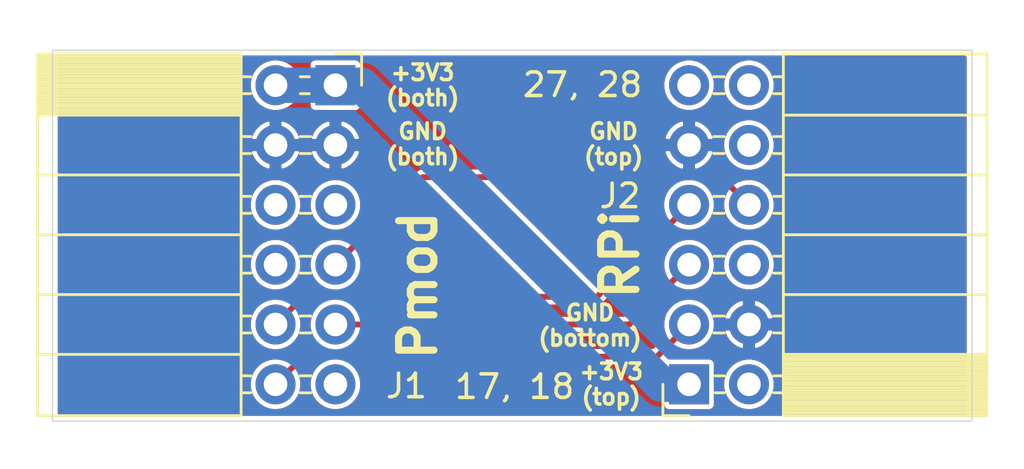
<source format=kicad_pcb>
(kicad_pcb (version 20171130) (host pcbnew 5.1.9+dfsg1-1~bpo10+1)

  (general
    (thickness 1.6)
    (drawings 13)
    (tracks 15)
    (zones 0)
    (modules 2)
    (nets 16)
  )

  (page A4)
  (layers
    (0 F.Cu signal)
    (31 B.Cu signal)
    (32 B.Adhes user)
    (33 F.Adhes user)
    (34 B.Paste user)
    (35 F.Paste user)
    (36 B.SilkS user)
    (37 F.SilkS user)
    (38 B.Mask user)
    (39 F.Mask user)
    (40 Dwgs.User user)
    (41 Cmts.User user)
    (42 Eco1.User user)
    (43 Eco2.User user)
    (44 Edge.Cuts user)
    (45 Margin user)
    (46 B.CrtYd user)
    (47 F.CrtYd user)
    (48 B.Fab user)
    (49 F.Fab user)
  )

  (setup
    (last_trace_width 0.25)
    (trace_clearance 0.2)
    (zone_clearance 0.2)
    (zone_45_only no)
    (trace_min 0.2)
    (via_size 0.8)
    (via_drill 0.4)
    (via_min_size 0.4)
    (via_min_drill 0.3)
    (uvia_size 0.3)
    (uvia_drill 0.1)
    (uvias_allowed no)
    (uvia_min_size 0.2)
    (uvia_min_drill 0.1)
    (edge_width 0.05)
    (segment_width 0.2)
    (pcb_text_width 0.3)
    (pcb_text_size 1.5 1.5)
    (mod_edge_width 0.12)
    (mod_text_size 1 1)
    (mod_text_width 0.15)
    (pad_size 1.524 1.524)
    (pad_drill 0.762)
    (pad_to_mask_clearance 0)
    (aux_axis_origin 0 0)
    (visible_elements FFFFFF7F)
    (pcbplotparams
      (layerselection 0x010fc_ffffffff)
      (usegerberextensions false)
      (usegerberattributes true)
      (usegerberadvancedattributes true)
      (creategerberjobfile true)
      (excludeedgelayer true)
      (linewidth 0.100000)
      (plotframeref false)
      (viasonmask false)
      (mode 1)
      (useauxorigin false)
      (hpglpennumber 1)
      (hpglpenspeed 20)
      (hpglpendiameter 15.000000)
      (psnegative false)
      (psa4output false)
      (plotreference true)
      (plotvalue true)
      (plotinvisibletext false)
      (padsonsilk false)
      (subtractmaskfromsilk false)
      (outputformat 1)
      (mirror false)
      (drillshape 0)
      (scaleselection 1)
      (outputdirectory "./"))
  )

  (net 0 "")
  (net 1 FLASH_SCLK)
  (net 2 FLASH_CSn)
  (net 3 "Net-(J2-Pad6)")
  (net 4 GND)
  (net 5 FLASH_SIO0_SI)
  (net 6 FLASH_SIO2_WP)
  (net 7 FLASH_SIO1_SO)
  (net 8 "Net-(J1-Pad6)")
  (net 9 "Net-(J1-Pad5)")
  (net 10 "Net-(J2-Pad12)")
  (net 11 "Net-(J2-Pad11)")
  (net 12 "Net-(J2-Pad10)")
  (net 13 "Net-(J2-Pad2)")
  (net 14 +3V3)
  (net 15 FLASH_SIO3_HOLD)

  (net_class Default "This is the default net class."
    (clearance 0.2)
    (trace_width 0.25)
    (via_dia 0.8)
    (via_drill 0.4)
    (uvia_dia 0.3)
    (uvia_drill 0.1)
    (add_net +3V3)
    (add_net FLASH_CSn)
    (add_net FLASH_SCLK)
    (add_net FLASH_SIO0_SI)
    (add_net FLASH_SIO1_SO)
    (add_net FLASH_SIO2_WP)
    (add_net FLASH_SIO3_HOLD)
    (add_net GND)
    (add_net "Net-(J1-Pad5)")
    (add_net "Net-(J1-Pad6)")
    (add_net "Net-(J2-Pad10)")
    (add_net "Net-(J2-Pad11)")
    (add_net "Net-(J2-Pad12)")
    (add_net "Net-(J2-Pad2)")
    (add_net "Net-(J2-Pad6)")
  )

  (module Connector_PinSocket_2.54mm:PinSocket_2x06_P2.54mm_Horizontal (layer F.Cu) (tedit 5A19A42C) (tstamp 639620CC)
    (at 115 62.7 180)
    (descr "Through hole angled socket strip, 2x06, 2.54mm pitch, 8.51mm socket length, double cols (from Kicad 4.0.7), script generated")
    (tags "Through hole angled socket strip THT 2x06 2.54mm double row")
    (path /63975D6C)
    (fp_text reference J2 (at 2.93 8) (layer F.SilkS)
      (effects (font (size 1 1) (thickness 0.15)))
    )
    (fp_text value Conn_02x06_Odd_Even (at -5.65 15.47) (layer F.Fab)
      (effects (font (size 1 1) (thickness 0.15)))
    )
    (fp_line (start -12.57 -1.27) (end -5.03 -1.27) (layer F.Fab) (width 0.1))
    (fp_line (start -5.03 -1.27) (end -4.06 -0.3) (layer F.Fab) (width 0.1))
    (fp_line (start -4.06 -0.3) (end -4.06 13.97) (layer F.Fab) (width 0.1))
    (fp_line (start -4.06 13.97) (end -12.57 13.97) (layer F.Fab) (width 0.1))
    (fp_line (start -12.57 13.97) (end -12.57 -1.27) (layer F.Fab) (width 0.1))
    (fp_line (start 0 -0.3) (end -4.06 -0.3) (layer F.Fab) (width 0.1))
    (fp_line (start -4.06 0.3) (end 0 0.3) (layer F.Fab) (width 0.1))
    (fp_line (start 0 0.3) (end 0 -0.3) (layer F.Fab) (width 0.1))
    (fp_line (start 0 2.24) (end -4.06 2.24) (layer F.Fab) (width 0.1))
    (fp_line (start -4.06 2.84) (end 0 2.84) (layer F.Fab) (width 0.1))
    (fp_line (start 0 2.84) (end 0 2.24) (layer F.Fab) (width 0.1))
    (fp_line (start 0 4.78) (end -4.06 4.78) (layer F.Fab) (width 0.1))
    (fp_line (start -4.06 5.38) (end 0 5.38) (layer F.Fab) (width 0.1))
    (fp_line (start 0 5.38) (end 0 4.78) (layer F.Fab) (width 0.1))
    (fp_line (start 0 7.32) (end -4.06 7.32) (layer F.Fab) (width 0.1))
    (fp_line (start -4.06 7.92) (end 0 7.92) (layer F.Fab) (width 0.1))
    (fp_line (start 0 7.92) (end 0 7.32) (layer F.Fab) (width 0.1))
    (fp_line (start 0 9.86) (end -4.06 9.86) (layer F.Fab) (width 0.1))
    (fp_line (start -4.06 10.46) (end 0 10.46) (layer F.Fab) (width 0.1))
    (fp_line (start 0 10.46) (end 0 9.86) (layer F.Fab) (width 0.1))
    (fp_line (start 0 12.4) (end -4.06 12.4) (layer F.Fab) (width 0.1))
    (fp_line (start -4.06 13) (end 0 13) (layer F.Fab) (width 0.1))
    (fp_line (start 0 13) (end 0 12.4) (layer F.Fab) (width 0.1))
    (fp_line (start -12.63 -1.21) (end -4 -1.21) (layer F.SilkS) (width 0.12))
    (fp_line (start -12.63 -1.091905) (end -4 -1.091905) (layer F.SilkS) (width 0.12))
    (fp_line (start -12.63 -0.97381) (end -4 -0.97381) (layer F.SilkS) (width 0.12))
    (fp_line (start -12.63 -0.855715) (end -4 -0.855715) (layer F.SilkS) (width 0.12))
    (fp_line (start -12.63 -0.73762) (end -4 -0.73762) (layer F.SilkS) (width 0.12))
    (fp_line (start -12.63 -0.619525) (end -4 -0.619525) (layer F.SilkS) (width 0.12))
    (fp_line (start -12.63 -0.50143) (end -4 -0.50143) (layer F.SilkS) (width 0.12))
    (fp_line (start -12.63 -0.383335) (end -4 -0.383335) (layer F.SilkS) (width 0.12))
    (fp_line (start -12.63 -0.26524) (end -4 -0.26524) (layer F.SilkS) (width 0.12))
    (fp_line (start -12.63 -0.147145) (end -4 -0.147145) (layer F.SilkS) (width 0.12))
    (fp_line (start -12.63 -0.02905) (end -4 -0.02905) (layer F.SilkS) (width 0.12))
    (fp_line (start -12.63 0.089045) (end -4 0.089045) (layer F.SilkS) (width 0.12))
    (fp_line (start -12.63 0.20714) (end -4 0.20714) (layer F.SilkS) (width 0.12))
    (fp_line (start -12.63 0.325235) (end -4 0.325235) (layer F.SilkS) (width 0.12))
    (fp_line (start -12.63 0.44333) (end -4 0.44333) (layer F.SilkS) (width 0.12))
    (fp_line (start -12.63 0.561425) (end -4 0.561425) (layer F.SilkS) (width 0.12))
    (fp_line (start -12.63 0.67952) (end -4 0.67952) (layer F.SilkS) (width 0.12))
    (fp_line (start -12.63 0.797615) (end -4 0.797615) (layer F.SilkS) (width 0.12))
    (fp_line (start -12.63 0.91571) (end -4 0.91571) (layer F.SilkS) (width 0.12))
    (fp_line (start -12.63 1.033805) (end -4 1.033805) (layer F.SilkS) (width 0.12))
    (fp_line (start -12.63 1.1519) (end -4 1.1519) (layer F.SilkS) (width 0.12))
    (fp_line (start -4 -0.36) (end -3.59 -0.36) (layer F.SilkS) (width 0.12))
    (fp_line (start -1.49 -0.36) (end -1.11 -0.36) (layer F.SilkS) (width 0.12))
    (fp_line (start -4 0.36) (end -3.59 0.36) (layer F.SilkS) (width 0.12))
    (fp_line (start -1.49 0.36) (end -1.11 0.36) (layer F.SilkS) (width 0.12))
    (fp_line (start -4 2.18) (end -3.59 2.18) (layer F.SilkS) (width 0.12))
    (fp_line (start -1.49 2.18) (end -1.05 2.18) (layer F.SilkS) (width 0.12))
    (fp_line (start -4 2.9) (end -3.59 2.9) (layer F.SilkS) (width 0.12))
    (fp_line (start -1.49 2.9) (end -1.05 2.9) (layer F.SilkS) (width 0.12))
    (fp_line (start -4 4.72) (end -3.59 4.72) (layer F.SilkS) (width 0.12))
    (fp_line (start -1.49 4.72) (end -1.05 4.72) (layer F.SilkS) (width 0.12))
    (fp_line (start -4 5.44) (end -3.59 5.44) (layer F.SilkS) (width 0.12))
    (fp_line (start -1.49 5.44) (end -1.05 5.44) (layer F.SilkS) (width 0.12))
    (fp_line (start -4 7.26) (end -3.59 7.26) (layer F.SilkS) (width 0.12))
    (fp_line (start -1.49 7.26) (end -1.05 7.26) (layer F.SilkS) (width 0.12))
    (fp_line (start -4 7.98) (end -3.59 7.98) (layer F.SilkS) (width 0.12))
    (fp_line (start -1.49 7.98) (end -1.05 7.98) (layer F.SilkS) (width 0.12))
    (fp_line (start -4 9.8) (end -3.59 9.8) (layer F.SilkS) (width 0.12))
    (fp_line (start -1.49 9.8) (end -1.05 9.8) (layer F.SilkS) (width 0.12))
    (fp_line (start -4 10.52) (end -3.59 10.52) (layer F.SilkS) (width 0.12))
    (fp_line (start -1.49 10.52) (end -1.05 10.52) (layer F.SilkS) (width 0.12))
    (fp_line (start -4 12.34) (end -3.59 12.34) (layer F.SilkS) (width 0.12))
    (fp_line (start -1.49 12.34) (end -1.05 12.34) (layer F.SilkS) (width 0.12))
    (fp_line (start -4 13.06) (end -3.59 13.06) (layer F.SilkS) (width 0.12))
    (fp_line (start -1.49 13.06) (end -1.05 13.06) (layer F.SilkS) (width 0.12))
    (fp_line (start -12.63 1.27) (end -4 1.27) (layer F.SilkS) (width 0.12))
    (fp_line (start -12.63 3.81) (end -4 3.81) (layer F.SilkS) (width 0.12))
    (fp_line (start -12.63 6.35) (end -4 6.35) (layer F.SilkS) (width 0.12))
    (fp_line (start -12.63 8.89) (end -4 8.89) (layer F.SilkS) (width 0.12))
    (fp_line (start -12.63 11.43) (end -4 11.43) (layer F.SilkS) (width 0.12))
    (fp_line (start -12.63 -1.33) (end -4 -1.33) (layer F.SilkS) (width 0.12))
    (fp_line (start -4 -1.33) (end -4 14.03) (layer F.SilkS) (width 0.12))
    (fp_line (start -12.63 14.03) (end -4 14.03) (layer F.SilkS) (width 0.12))
    (fp_line (start -12.63 -1.33) (end -12.63 14.03) (layer F.SilkS) (width 0.12))
    (fp_line (start 1.11 -1.33) (end 1.11 0) (layer F.SilkS) (width 0.12))
    (fp_line (start 0 -1.33) (end 1.11 -1.33) (layer F.SilkS) (width 0.12))
    (fp_line (start 1.8 -1.8) (end -13.05 -1.8) (layer F.CrtYd) (width 0.05))
    (fp_line (start -13.05 -1.8) (end -13.05 14.45) (layer F.CrtYd) (width 0.05))
    (fp_line (start -13.05 14.45) (end 1.8 14.45) (layer F.CrtYd) (width 0.05))
    (fp_line (start 1.8 14.45) (end 1.8 -1.8) (layer F.CrtYd) (width 0.05))
    (fp_text user %R (at -8.315 6.35 90) (layer F.Fab)
      (effects (font (size 1 1) (thickness 0.15)))
    )
    (pad 12 thru_hole oval (at -2.54 12.7 180) (size 1.7 1.7) (drill 1) (layers *.Cu *.Mask)
      (net 10 "Net-(J2-Pad12)"))
    (pad 11 thru_hole oval (at 0 12.7 180) (size 1.7 1.7) (drill 1) (layers *.Cu *.Mask)
      (net 11 "Net-(J2-Pad11)"))
    (pad 10 thru_hole oval (at -2.54 10.16 180) (size 1.7 1.7) (drill 1) (layers *.Cu *.Mask)
      (net 12 "Net-(J2-Pad10)"))
    (pad 9 thru_hole oval (at 0 10.16 180) (size 1.7 1.7) (drill 1) (layers *.Cu *.Mask)
      (net 4 GND))
    (pad 8 thru_hole oval (at -2.54 7.62 180) (size 1.7 1.7) (drill 1) (layers *.Cu *.Mask)
      (net 2 FLASH_CSn))
    (pad 7 thru_hole oval (at 0 7.62 180) (size 1.7 1.7) (drill 1) (layers *.Cu *.Mask)
      (net 1 FLASH_SCLK))
    (pad 6 thru_hole oval (at -2.54 5.08 180) (size 1.7 1.7) (drill 1) (layers *.Cu *.Mask)
      (net 3 "Net-(J2-Pad6)"))
    (pad 5 thru_hole oval (at 0 5.08 180) (size 1.7 1.7) (drill 1) (layers *.Cu *.Mask)
      (net 7 FLASH_SIO1_SO))
    (pad 4 thru_hole oval (at -2.54 2.54 180) (size 1.7 1.7) (drill 1) (layers *.Cu *.Mask)
      (net 4 GND))
    (pad 3 thru_hole oval (at 0 2.54 180) (size 1.7 1.7) (drill 1) (layers *.Cu *.Mask)
      (net 5 FLASH_SIO0_SI))
    (pad 2 thru_hole oval (at -2.54 0 180) (size 1.7 1.7) (drill 1) (layers *.Cu *.Mask)
      (net 13 "Net-(J2-Pad2)"))
    (pad 1 thru_hole rect (at 0 0 180) (size 1.7 1.7) (drill 1) (layers *.Cu *.Mask)
      (net 14 +3V3))
    (model ${KISYS3DMOD}/Connector_PinSocket_2.54mm.3dshapes/PinSocket_2x06_P2.54mm_Horizontal.wrl
      (at (xyz 0 0 0))
      (scale (xyz 1 1 1))
      (rotate (xyz 0 0 0))
    )
  )

  (module Connector_PinSocket_2.54mm:PinSocket_2x06_P2.54mm_Horizontal (layer F.Cu) (tedit 5A19A42C) (tstamp 63961D17)
    (at 100 50)
    (descr "Through hole angled socket strip, 2x06, 2.54mm pitch, 8.51mm socket length, double cols (from Kicad 4.0.7), script generated")
    (tags "Through hole angled socket strip THT 2x06 2.54mm double row")
    (path /639731B4)
    (fp_text reference J1 (at 3.01 12.77) (layer F.SilkS)
      (effects (font (size 1 1) (thickness 0.15)))
    )
    (fp_text value Conn_02x06_Odd_Even (at -5.65 15.47) (layer F.Fab)
      (effects (font (size 1 1) (thickness 0.15)))
    )
    (fp_line (start -12.57 -1.27) (end -5.03 -1.27) (layer F.Fab) (width 0.1))
    (fp_line (start -5.03 -1.27) (end -4.06 -0.3) (layer F.Fab) (width 0.1))
    (fp_line (start -4.06 -0.3) (end -4.06 13.97) (layer F.Fab) (width 0.1))
    (fp_line (start -4.06 13.97) (end -12.57 13.97) (layer F.Fab) (width 0.1))
    (fp_line (start -12.57 13.97) (end -12.57 -1.27) (layer F.Fab) (width 0.1))
    (fp_line (start 0 -0.3) (end -4.06 -0.3) (layer F.Fab) (width 0.1))
    (fp_line (start -4.06 0.3) (end 0 0.3) (layer F.Fab) (width 0.1))
    (fp_line (start 0 0.3) (end 0 -0.3) (layer F.Fab) (width 0.1))
    (fp_line (start 0 2.24) (end -4.06 2.24) (layer F.Fab) (width 0.1))
    (fp_line (start -4.06 2.84) (end 0 2.84) (layer F.Fab) (width 0.1))
    (fp_line (start 0 2.84) (end 0 2.24) (layer F.Fab) (width 0.1))
    (fp_line (start 0 4.78) (end -4.06 4.78) (layer F.Fab) (width 0.1))
    (fp_line (start -4.06 5.38) (end 0 5.38) (layer F.Fab) (width 0.1))
    (fp_line (start 0 5.38) (end 0 4.78) (layer F.Fab) (width 0.1))
    (fp_line (start 0 7.32) (end -4.06 7.32) (layer F.Fab) (width 0.1))
    (fp_line (start -4.06 7.92) (end 0 7.92) (layer F.Fab) (width 0.1))
    (fp_line (start 0 7.92) (end 0 7.32) (layer F.Fab) (width 0.1))
    (fp_line (start 0 9.86) (end -4.06 9.86) (layer F.Fab) (width 0.1))
    (fp_line (start -4.06 10.46) (end 0 10.46) (layer F.Fab) (width 0.1))
    (fp_line (start 0 10.46) (end 0 9.86) (layer F.Fab) (width 0.1))
    (fp_line (start 0 12.4) (end -4.06 12.4) (layer F.Fab) (width 0.1))
    (fp_line (start -4.06 13) (end 0 13) (layer F.Fab) (width 0.1))
    (fp_line (start 0 13) (end 0 12.4) (layer F.Fab) (width 0.1))
    (fp_line (start -12.63 -1.21) (end -4 -1.21) (layer F.SilkS) (width 0.12))
    (fp_line (start -12.63 -1.091905) (end -4 -1.091905) (layer F.SilkS) (width 0.12))
    (fp_line (start -12.63 -0.97381) (end -4 -0.97381) (layer F.SilkS) (width 0.12))
    (fp_line (start -12.63 -0.855715) (end -4 -0.855715) (layer F.SilkS) (width 0.12))
    (fp_line (start -12.63 -0.73762) (end -4 -0.73762) (layer F.SilkS) (width 0.12))
    (fp_line (start -12.63 -0.619525) (end -4 -0.619525) (layer F.SilkS) (width 0.12))
    (fp_line (start -12.63 -0.50143) (end -4 -0.50143) (layer F.SilkS) (width 0.12))
    (fp_line (start -12.63 -0.383335) (end -4 -0.383335) (layer F.SilkS) (width 0.12))
    (fp_line (start -12.63 -0.26524) (end -4 -0.26524) (layer F.SilkS) (width 0.12))
    (fp_line (start -12.63 -0.147145) (end -4 -0.147145) (layer F.SilkS) (width 0.12))
    (fp_line (start -12.63 -0.02905) (end -4 -0.02905) (layer F.SilkS) (width 0.12))
    (fp_line (start -12.63 0.089045) (end -4 0.089045) (layer F.SilkS) (width 0.12))
    (fp_line (start -12.63 0.20714) (end -4 0.20714) (layer F.SilkS) (width 0.12))
    (fp_line (start -12.63 0.325235) (end -4 0.325235) (layer F.SilkS) (width 0.12))
    (fp_line (start -12.63 0.44333) (end -4 0.44333) (layer F.SilkS) (width 0.12))
    (fp_line (start -12.63 0.561425) (end -4 0.561425) (layer F.SilkS) (width 0.12))
    (fp_line (start -12.63 0.67952) (end -4 0.67952) (layer F.SilkS) (width 0.12))
    (fp_line (start -12.63 0.797615) (end -4 0.797615) (layer F.SilkS) (width 0.12))
    (fp_line (start -12.63 0.91571) (end -4 0.91571) (layer F.SilkS) (width 0.12))
    (fp_line (start -12.63 1.033805) (end -4 1.033805) (layer F.SilkS) (width 0.12))
    (fp_line (start -12.63 1.1519) (end -4 1.1519) (layer F.SilkS) (width 0.12))
    (fp_line (start -4 -0.36) (end -3.59 -0.36) (layer F.SilkS) (width 0.12))
    (fp_line (start -1.49 -0.36) (end -1.11 -0.36) (layer F.SilkS) (width 0.12))
    (fp_line (start -4 0.36) (end -3.59 0.36) (layer F.SilkS) (width 0.12))
    (fp_line (start -1.49 0.36) (end -1.11 0.36) (layer F.SilkS) (width 0.12))
    (fp_line (start -4 2.18) (end -3.59 2.18) (layer F.SilkS) (width 0.12))
    (fp_line (start -1.49 2.18) (end -1.05 2.18) (layer F.SilkS) (width 0.12))
    (fp_line (start -4 2.9) (end -3.59 2.9) (layer F.SilkS) (width 0.12))
    (fp_line (start -1.49 2.9) (end -1.05 2.9) (layer F.SilkS) (width 0.12))
    (fp_line (start -4 4.72) (end -3.59 4.72) (layer F.SilkS) (width 0.12))
    (fp_line (start -1.49 4.72) (end -1.05 4.72) (layer F.SilkS) (width 0.12))
    (fp_line (start -4 5.44) (end -3.59 5.44) (layer F.SilkS) (width 0.12))
    (fp_line (start -1.49 5.44) (end -1.05 5.44) (layer F.SilkS) (width 0.12))
    (fp_line (start -4 7.26) (end -3.59 7.26) (layer F.SilkS) (width 0.12))
    (fp_line (start -1.49 7.26) (end -1.05 7.26) (layer F.SilkS) (width 0.12))
    (fp_line (start -4 7.98) (end -3.59 7.98) (layer F.SilkS) (width 0.12))
    (fp_line (start -1.49 7.98) (end -1.05 7.98) (layer F.SilkS) (width 0.12))
    (fp_line (start -4 9.8) (end -3.59 9.8) (layer F.SilkS) (width 0.12))
    (fp_line (start -1.49 9.8) (end -1.05 9.8) (layer F.SilkS) (width 0.12))
    (fp_line (start -4 10.52) (end -3.59 10.52) (layer F.SilkS) (width 0.12))
    (fp_line (start -1.49 10.52) (end -1.05 10.52) (layer F.SilkS) (width 0.12))
    (fp_line (start -4 12.34) (end -3.59 12.34) (layer F.SilkS) (width 0.12))
    (fp_line (start -1.49 12.34) (end -1.05 12.34) (layer F.SilkS) (width 0.12))
    (fp_line (start -4 13.06) (end -3.59 13.06) (layer F.SilkS) (width 0.12))
    (fp_line (start -1.49 13.06) (end -1.05 13.06) (layer F.SilkS) (width 0.12))
    (fp_line (start -12.63 1.27) (end -4 1.27) (layer F.SilkS) (width 0.12))
    (fp_line (start -12.63 3.81) (end -4 3.81) (layer F.SilkS) (width 0.12))
    (fp_line (start -12.63 6.35) (end -4 6.35) (layer F.SilkS) (width 0.12))
    (fp_line (start -12.63 8.89) (end -4 8.89) (layer F.SilkS) (width 0.12))
    (fp_line (start -12.63 11.43) (end -4 11.43) (layer F.SilkS) (width 0.12))
    (fp_line (start -12.63 -1.33) (end -4 -1.33) (layer F.SilkS) (width 0.12))
    (fp_line (start -4 -1.33) (end -4 14.03) (layer F.SilkS) (width 0.12))
    (fp_line (start -12.63 14.03) (end -4 14.03) (layer F.SilkS) (width 0.12))
    (fp_line (start -12.63 -1.33) (end -12.63 14.03) (layer F.SilkS) (width 0.12))
    (fp_line (start 1.11 -1.33) (end 1.11 0) (layer F.SilkS) (width 0.12))
    (fp_line (start 0 -1.33) (end 1.11 -1.33) (layer F.SilkS) (width 0.12))
    (fp_line (start 1.8 -1.8) (end -13.05 -1.8) (layer F.CrtYd) (width 0.05))
    (fp_line (start -13.05 -1.8) (end -13.05 14.45) (layer F.CrtYd) (width 0.05))
    (fp_line (start -13.05 14.45) (end 1.8 14.45) (layer F.CrtYd) (width 0.05))
    (fp_line (start 1.8 14.45) (end 1.8 -1.8) (layer F.CrtYd) (width 0.05))
    (fp_text user %R (at -8.315 6.35 90) (layer F.Fab)
      (effects (font (size 1 1) (thickness 0.15)))
    )
    (pad 1 thru_hole rect (at 0 0) (size 1.7 1.7) (drill 1) (layers *.Cu *.Mask)
      (net 14 +3V3))
    (pad 2 thru_hole oval (at -2.54 0) (size 1.7 1.7) (drill 1) (layers *.Cu *.Mask)
      (net 14 +3V3))
    (pad 3 thru_hole oval (at 0 2.54) (size 1.7 1.7) (drill 1) (layers *.Cu *.Mask)
      (net 4 GND))
    (pad 4 thru_hole oval (at -2.54 2.54) (size 1.7 1.7) (drill 1) (layers *.Cu *.Mask)
      (net 4 GND))
    (pad 5 thru_hole oval (at 0 5.08) (size 1.7 1.7) (drill 1) (layers *.Cu *.Mask)
      (net 9 "Net-(J1-Pad5)"))
    (pad 6 thru_hole oval (at -2.54 5.08) (size 1.7 1.7) (drill 1) (layers *.Cu *.Mask)
      (net 8 "Net-(J1-Pad6)"))
    (pad 7 thru_hole oval (at 0 7.62) (size 1.7 1.7) (drill 1) (layers *.Cu *.Mask)
      (net 2 FLASH_CSn))
    (pad 8 thru_hole oval (at -2.54 7.62) (size 1.7 1.7) (drill 1) (layers *.Cu *.Mask)
      (net 15 FLASH_SIO3_HOLD))
    (pad 9 thru_hole oval (at 0 10.16) (size 1.7 1.7) (drill 1) (layers *.Cu *.Mask)
      (net 7 FLASH_SIO1_SO))
    (pad 10 thru_hole oval (at -2.54 10.16) (size 1.7 1.7) (drill 1) (layers *.Cu *.Mask)
      (net 1 FLASH_SCLK))
    (pad 11 thru_hole oval (at 0 12.7) (size 1.7 1.7) (drill 1) (layers *.Cu *.Mask)
      (net 6 FLASH_SIO2_WP))
    (pad 12 thru_hole oval (at -2.54 12.7) (size 1.7 1.7) (drill 1) (layers *.Cu *.Mask)
      (net 5 FLASH_SIO0_SI))
    (model ${KISYS3DMOD}/Connector_PinSocket_2.54mm.3dshapes/PinSocket_2x06_P2.54mm_Horizontal.wrl
      (at (xyz 0 0 0))
      (scale (xyz 1 1 1))
      (rotate (xyz 0 0 0))
    )
  )

  (gr_text "GND\n(both)" (at 103.7 52.5) (layer F.SilkS)
    (effects (font (size 0.6666 0.6666) (thickness 0.15)))
  )
  (gr_line (start 88 64.262) (end 88 48.514) (layer Edge.Cuts) (width 0.05) (tstamp 639658F1))
  (gr_line (start 127 64.262) (end 88 64.262) (layer Edge.Cuts) (width 0.05))
  (gr_line (start 127 48.514) (end 127 64.262) (layer Edge.Cuts) (width 0.05))
  (gr_line (start 88 48.514) (end 127 48.514) (layer Edge.Cuts) (width 0.05))
  (gr_text "GND\n(top)" (at 111.8 52.5) (layer F.SilkS) (tstamp 63964F08)
    (effects (font (size 0.6666 0.6666) (thickness 0.15)))
  )
  (gr_text "GND\n(bottom)" (at 110.8 60.2) (layer F.SilkS) (tstamp 63964EFF)
    (effects (font (size 0.6666 0.6666) (thickness 0.15)))
  )
  (gr_text "+3V3\n(top)" (at 111.7 62.7) (layer F.SilkS) (tstamp 63964ED1)
    (effects (font (size 0.6666 0.6666) (thickness 0.15)))
  )
  (gr_text "17, 18" (at 107.6 62.8) (layer F.SilkS)
    (effects (font (size 1 1) (thickness 0.15)))
  )
  (gr_text "27, 28" (at 110.48 49.98) (layer F.SilkS)
    (effects (font (size 1 1) (thickness 0.15)))
  )
  (gr_text RPi (at 112.07 57.17 90) (layer F.SilkS)
    (effects (font (size 1.5 1.5) (thickness 0.3)))
  )
  (gr_text Pmod (at 103.5 58.5 90) (layer F.SilkS)
    (effects (font (size 1.5 1.5) (thickness 0.3)))
  )
  (gr_text "+3V3\n(both)" (at 103.7 50) (layer F.SilkS)
    (effects (font (size 0.6666 0.6666) (thickness 0.15)))
  )

  (segment (start 111.095001 58.984999) (end 115 55.08) (width 0.25) (layer F.Cu) (net 1))
  (segment (start 97.46 60.16) (end 98.635001 58.984999) (width 0.25) (layer F.Cu) (net 1))
  (segment (start 98.635001 58.984999) (end 111.095001 58.984999) (width 0.25) (layer F.Cu) (net 1))
  (segment (start 103.715001 53.904999) (end 100 57.62) (width 0.25) (layer F.Cu) (net 2))
  (segment (start 117.54 55.08) (end 116.364999 53.904999) (width 0.25) (layer F.Cu) (net 2))
  (segment (start 116.364999 53.904999) (end 103.715001 53.904999) (width 0.25) (layer F.Cu) (net 2))
  (segment (start 98.635001 61.524999) (end 97.46 62.7) (width 0.25) (layer F.Cu) (net 5))
  (segment (start 115 60.16) (end 113.635001 61.524999) (width 0.25) (layer F.Cu) (net 5))
  (segment (start 113.635001 61.524999) (end 98.635001 61.524999) (width 0.25) (layer F.Cu) (net 5))
  (segment (start 112.46 60.16) (end 100 60.16) (width 0.25) (layer F.Cu) (net 7))
  (segment (start 115 57.62) (end 112.46 60.16) (width 0.25) (layer F.Cu) (net 7))
  (segment (start 97.46 50) (end 100 50) (width 1.5) (layer B.Cu) (net 14))
  (segment (start 115 62.7) (end 113.82 62.7) (width 1.5) (layer B.Cu) (net 14))
  (segment (start 101.12 50) (end 100 50) (width 1.5) (layer B.Cu) (net 14))
  (segment (start 113.82 62.7) (end 101.12 50) (width 1.5) (layer B.Cu) (net 14))

  (zone (net 4) (net_name GND) (layer F.Cu) (tstamp 639667C1) (hatch edge 0.508)
    (connect_pads (clearance 0.2))
    (min_thickness 0.2)
    (fill yes (arc_segments 32) (thermal_gap 0.2) (thermal_bridge_width 0.508))
    (polygon
      (pts
        (xy 127 64.262) (xy 88 64.262) (xy 88 48.514) (xy 127 48.514)
      )
    )
    (filled_polygon
      (pts
        (xy 126.675001 63.937) (xy 88.325 63.937) (xy 88.325 60.046735) (xy 96.31 60.046735) (xy 96.31 60.273265)
        (xy 96.354194 60.495443) (xy 96.440884 60.704729) (xy 96.566737 60.893082) (xy 96.726918 61.053263) (xy 96.915271 61.179116)
        (xy 97.124557 61.265806) (xy 97.346735 61.31) (xy 97.573265 61.31) (xy 97.795443 61.265806) (xy 98.004729 61.179116)
        (xy 98.193082 61.053263) (xy 98.353263 60.893082) (xy 98.479116 60.704729) (xy 98.565806 60.495443) (xy 98.61 60.273265)
        (xy 98.61 60.046735) (xy 98.565806 59.824557) (xy 98.516212 59.704828) (xy 98.811042 59.409999) (xy 99.123656 59.409999)
        (xy 99.106737 59.426918) (xy 98.980884 59.615271) (xy 98.894194 59.824557) (xy 98.85 60.046735) (xy 98.85 60.273265)
        (xy 98.894194 60.495443) (xy 98.980884 60.704729) (xy 99.106737 60.893082) (xy 99.266918 61.053263) (xy 99.336864 61.099999)
        (xy 98.655867 61.099999) (xy 98.635 61.097944) (xy 98.614133 61.099999) (xy 98.614127 61.099999) (xy 98.560099 61.10532)
        (xy 98.551686 61.106149) (xy 98.527384 61.113521) (xy 98.471574 61.130451) (xy 98.397741 61.169915) (xy 98.333027 61.223025)
        (xy 98.319722 61.239237) (xy 97.915172 61.643788) (xy 97.795443 61.594194) (xy 97.573265 61.55) (xy 97.346735 61.55)
        (xy 97.124557 61.594194) (xy 96.915271 61.680884) (xy 96.726918 61.806737) (xy 96.566737 61.966918) (xy 96.440884 62.155271)
        (xy 96.354194 62.364557) (xy 96.31 62.586735) (xy 96.31 62.813265) (xy 96.354194 63.035443) (xy 96.440884 63.244729)
        (xy 96.566737 63.433082) (xy 96.726918 63.593263) (xy 96.915271 63.719116) (xy 97.124557 63.805806) (xy 97.346735 63.85)
        (xy 97.573265 63.85) (xy 97.795443 63.805806) (xy 98.004729 63.719116) (xy 98.193082 63.593263) (xy 98.353263 63.433082)
        (xy 98.479116 63.244729) (xy 98.565806 63.035443) (xy 98.61 62.813265) (xy 98.61 62.586735) (xy 98.565806 62.364557)
        (xy 98.516212 62.244828) (xy 98.811042 61.949999) (xy 99.123656 61.949999) (xy 99.106737 61.966918) (xy 98.980884 62.155271)
        (xy 98.894194 62.364557) (xy 98.85 62.586735) (xy 98.85 62.813265) (xy 98.894194 63.035443) (xy 98.980884 63.244729)
        (xy 99.106737 63.433082) (xy 99.266918 63.593263) (xy 99.455271 63.719116) (xy 99.664557 63.805806) (xy 99.886735 63.85)
        (xy 100.113265 63.85) (xy 100.335443 63.805806) (xy 100.544729 63.719116) (xy 100.733082 63.593263) (xy 100.893263 63.433082)
        (xy 101.019116 63.244729) (xy 101.105806 63.035443) (xy 101.15 62.813265) (xy 101.15 62.586735) (xy 101.105806 62.364557)
        (xy 101.019116 62.155271) (xy 100.893263 61.966918) (xy 100.876344 61.949999) (xy 113.614134 61.949999) (xy 113.635001 61.952054)
        (xy 113.655868 61.949999) (xy 113.655875 61.949999) (xy 113.718315 61.943849) (xy 113.798428 61.919547) (xy 113.848549 61.892757)
        (xy 113.848549 63.55) (xy 113.854341 63.60881) (xy 113.871496 63.66536) (xy 113.899353 63.717477) (xy 113.936842 63.763158)
        (xy 113.982523 63.800647) (xy 114.03464 63.828504) (xy 114.09119 63.845659) (xy 114.15 63.851451) (xy 115.85 63.851451)
        (xy 115.90881 63.845659) (xy 115.96536 63.828504) (xy 116.017477 63.800647) (xy 116.063158 63.763158) (xy 116.100647 63.717477)
        (xy 116.128504 63.66536) (xy 116.145659 63.60881) (xy 116.151451 63.55) (xy 116.151451 62.586735) (xy 116.39 62.586735)
        (xy 116.39 62.813265) (xy 116.434194 63.035443) (xy 116.520884 63.244729) (xy 116.646737 63.433082) (xy 116.806918 63.593263)
        (xy 116.995271 63.719116) (xy 117.204557 63.805806) (xy 117.426735 63.85) (xy 117.653265 63.85) (xy 117.875443 63.805806)
        (xy 118.084729 63.719116) (xy 118.273082 63.593263) (xy 118.433263 63.433082) (xy 118.559116 63.244729) (xy 118.645806 63.035443)
        (xy 118.69 62.813265) (xy 118.69 62.586735) (xy 118.645806 62.364557) (xy 118.559116 62.155271) (xy 118.433263 61.966918)
        (xy 118.273082 61.806737) (xy 118.084729 61.680884) (xy 117.875443 61.594194) (xy 117.653265 61.55) (xy 117.426735 61.55)
        (xy 117.204557 61.594194) (xy 116.995271 61.680884) (xy 116.806918 61.806737) (xy 116.646737 61.966918) (xy 116.520884 62.155271)
        (xy 116.434194 62.364557) (xy 116.39 62.586735) (xy 116.151451 62.586735) (xy 116.151451 61.85) (xy 116.145659 61.79119)
        (xy 116.128504 61.73464) (xy 116.100647 61.682523) (xy 116.063158 61.636842) (xy 116.017477 61.599353) (xy 115.96536 61.571496)
        (xy 115.90881 61.554341) (xy 115.85 61.548549) (xy 114.212491 61.548549) (xy 114.544828 61.216212) (xy 114.664557 61.265806)
        (xy 114.886735 61.31) (xy 115.113265 61.31) (xy 115.335443 61.265806) (xy 115.544729 61.179116) (xy 115.733082 61.053263)
        (xy 115.893263 60.893082) (xy 116.019116 60.704729) (xy 116.105806 60.495443) (xy 116.106812 60.490383) (xy 116.43848 60.490383)
        (xy 116.440561 60.497272) (xy 116.527485 60.705281) (xy 116.653319 60.892336) (xy 116.813228 61.051247) (xy 117.001066 61.175908)
        (xy 117.209615 61.261528) (xy 117.386 61.22465) (xy 117.386 60.314) (xy 117.694 60.314) (xy 117.694 61.22465)
        (xy 117.870385 61.261528) (xy 118.078934 61.175908) (xy 118.266772 61.051247) (xy 118.426681 60.892336) (xy 118.552515 60.705281)
        (xy 118.639439 60.497272) (xy 118.64152 60.490383) (xy 118.603912 60.314) (xy 117.694 60.314) (xy 117.386 60.314)
        (xy 116.476088 60.314) (xy 116.43848 60.490383) (xy 116.106812 60.490383) (xy 116.15 60.273265) (xy 116.15 60.046735)
        (xy 116.106813 59.829617) (xy 116.43848 59.829617) (xy 116.476088 60.006) (xy 117.386 60.006) (xy 117.386 59.09535)
        (xy 117.694 59.09535) (xy 117.694 60.006) (xy 118.603912 60.006) (xy 118.64152 59.829617) (xy 118.639439 59.822728)
        (xy 118.552515 59.614719) (xy 118.426681 59.427664) (xy 118.266772 59.268753) (xy 118.078934 59.144092) (xy 117.870385 59.058472)
        (xy 117.694 59.09535) (xy 117.386 59.09535) (xy 117.209615 59.058472) (xy 117.001066 59.144092) (xy 116.813228 59.268753)
        (xy 116.653319 59.427664) (xy 116.527485 59.614719) (xy 116.440561 59.822728) (xy 116.43848 59.829617) (xy 116.106813 59.829617)
        (xy 116.105806 59.824557) (xy 116.019116 59.615271) (xy 115.893263 59.426918) (xy 115.733082 59.266737) (xy 115.544729 59.140884)
        (xy 115.335443 59.054194) (xy 115.113265 59.01) (xy 114.886735 59.01) (xy 114.664557 59.054194) (xy 114.455271 59.140884)
        (xy 114.266918 59.266737) (xy 114.106737 59.426918) (xy 113.980884 59.615271) (xy 113.894194 59.824557) (xy 113.85 60.046735)
        (xy 113.85 60.273265) (xy 113.894194 60.495443) (xy 113.943788 60.615172) (xy 113.458961 61.099999) (xy 100.663136 61.099999)
        (xy 100.733082 61.053263) (xy 100.893263 60.893082) (xy 101.019116 60.704729) (xy 101.06871 60.585) (xy 112.439133 60.585)
        (xy 112.46 60.587055) (xy 112.480867 60.585) (xy 112.480874 60.585) (xy 112.543314 60.57885) (xy 112.623427 60.554548)
        (xy 112.69726 60.515084) (xy 112.761974 60.461974) (xy 112.775283 60.445757) (xy 114.544828 58.676212) (xy 114.664557 58.725806)
        (xy 114.886735 58.77) (xy 115.113265 58.77) (xy 115.335443 58.725806) (xy 115.544729 58.639116) (xy 115.733082 58.513263)
        (xy 115.893263 58.353082) (xy 116.019116 58.164729) (xy 116.105806 57.955443) (xy 116.15 57.733265) (xy 116.15 57.506735)
        (xy 116.39 57.506735) (xy 116.39 57.733265) (xy 116.434194 57.955443) (xy 116.520884 58.164729) (xy 116.646737 58.353082)
        (xy 116.806918 58.513263) (xy 116.995271 58.639116) (xy 117.204557 58.725806) (xy 117.426735 58.77) (xy 117.653265 58.77)
        (xy 117.875443 58.725806) (xy 118.084729 58.639116) (xy 118.273082 58.513263) (xy 118.433263 58.353082) (xy 118.559116 58.164729)
        (xy 118.645806 57.955443) (xy 118.69 57.733265) (xy 118.69 57.506735) (xy 118.645806 57.284557) (xy 118.559116 57.075271)
        (xy 118.433263 56.886918) (xy 118.273082 56.726737) (xy 118.084729 56.600884) (xy 117.875443 56.514194) (xy 117.653265 56.47)
        (xy 117.426735 56.47) (xy 117.204557 56.514194) (xy 116.995271 56.600884) (xy 116.806918 56.726737) (xy 116.646737 56.886918)
        (xy 116.520884 57.075271) (xy 116.434194 57.284557) (xy 116.39 57.506735) (xy 116.15 57.506735) (xy 116.105806 57.284557)
        (xy 116.019116 57.075271) (xy 115.893263 56.886918) (xy 115.733082 56.726737) (xy 115.544729 56.600884) (xy 115.335443 56.514194)
        (xy 115.113265 56.47) (xy 114.886735 56.47) (xy 114.664557 56.514194) (xy 114.455271 56.600884) (xy 114.266918 56.726737)
        (xy 114.106737 56.886918) (xy 113.980884 57.075271) (xy 113.894194 57.284557) (xy 113.85 57.506735) (xy 113.85 57.733265)
        (xy 113.894194 57.955443) (xy 113.943788 58.075172) (xy 112.28396 59.735) (xy 101.06871 59.735) (xy 101.019116 59.615271)
        (xy 100.893263 59.426918) (xy 100.876344 59.409999) (xy 111.074134 59.409999) (xy 111.095001 59.412054) (xy 111.115868 59.409999)
        (xy 111.115875 59.409999) (xy 111.178315 59.403849) (xy 111.258428 59.379547) (xy 111.332261 59.340083) (xy 111.396975 59.286973)
        (xy 111.410285 59.270755) (xy 114.544828 56.136212) (xy 114.664557 56.185806) (xy 114.886735 56.23) (xy 115.113265 56.23)
        (xy 115.335443 56.185806) (xy 115.544729 56.099116) (xy 115.733082 55.973263) (xy 115.893263 55.813082) (xy 116.019116 55.624729)
        (xy 116.105806 55.415443) (xy 116.15 55.193265) (xy 116.15 54.966735) (xy 116.105806 54.744557) (xy 116.019116 54.535271)
        (xy 115.893263 54.346918) (xy 115.876344 54.329999) (xy 116.188959 54.329999) (xy 116.483788 54.624828) (xy 116.434194 54.744557)
        (xy 116.39 54.966735) (xy 116.39 55.193265) (xy 116.434194 55.415443) (xy 116.520884 55.624729) (xy 116.646737 55.813082)
        (xy 116.806918 55.973263) (xy 116.995271 56.099116) (xy 117.204557 56.185806) (xy 117.426735 56.23) (xy 117.653265 56.23)
        (xy 117.875443 56.185806) (xy 118.084729 56.099116) (xy 118.273082 55.973263) (xy 118.433263 55.813082) (xy 118.559116 55.624729)
        (xy 118.645806 55.415443) (xy 118.69 55.193265) (xy 118.69 54.966735) (xy 118.645806 54.744557) (xy 118.559116 54.535271)
        (xy 118.433263 54.346918) (xy 118.273082 54.186737) (xy 118.084729 54.060884) (xy 117.875443 53.974194) (xy 117.653265 53.93)
        (xy 117.426735 53.93) (xy 117.204557 53.974194) (xy 117.084828 54.023788) (xy 116.680282 53.619242) (xy 116.666973 53.603025)
        (xy 116.602259 53.549915) (xy 116.528426 53.510451) (xy 116.448313 53.486149) (xy 116.385873 53.479999) (xy 116.385866 53.479999)
        (xy 116.364999 53.477944) (xy 116.344132 53.479999) (xy 115.653313 53.479999) (xy 115.726772 53.431247) (xy 115.886681 53.272336)
        (xy 116.012515 53.085281) (xy 116.099439 52.877272) (xy 116.10152 52.870383) (xy 116.063912 52.694) (xy 115.154 52.694)
        (xy 115.154 52.714) (xy 114.846 52.714) (xy 114.846 52.694) (xy 113.936088 52.694) (xy 113.89848 52.870383)
        (xy 113.900561 52.877272) (xy 113.987485 53.085281) (xy 114.113319 53.272336) (xy 114.273228 53.431247) (xy 114.346687 53.479999)
        (xy 103.735868 53.479999) (xy 103.715001 53.477944) (xy 103.694134 53.479999) (xy 103.694127 53.479999) (xy 103.639328 53.485396)
        (xy 103.631686 53.486149) (xy 103.551573 53.510451) (xy 103.525856 53.524198) (xy 103.477741 53.549915) (xy 103.413027 53.603025)
        (xy 103.399722 53.619237) (xy 100.455172 56.563788) (xy 100.335443 56.514194) (xy 100.113265 56.47) (xy 99.886735 56.47)
        (xy 99.664557 56.514194) (xy 99.455271 56.600884) (xy 99.266918 56.726737) (xy 99.106737 56.886918) (xy 98.980884 57.075271)
        (xy 98.894194 57.284557) (xy 98.85 57.506735) (xy 98.85 57.733265) (xy 98.894194 57.955443) (xy 98.980884 58.164729)
        (xy 99.106737 58.353082) (xy 99.266918 58.513263) (xy 99.336864 58.559999) (xy 98.655867 58.559999) (xy 98.635 58.557944)
        (xy 98.614133 58.559999) (xy 98.614127 58.559999) (xy 98.560099 58.56532) (xy 98.551686 58.566149) (xy 98.527384 58.573521)
        (xy 98.471574 58.590451) (xy 98.397741 58.629915) (xy 98.333027 58.683025) (xy 98.319722 58.699237) (xy 97.915172 59.103788)
        (xy 97.795443 59.054194) (xy 97.573265 59.01) (xy 97.346735 59.01) (xy 97.124557 59.054194) (xy 96.915271 59.140884)
        (xy 96.726918 59.266737) (xy 96.566737 59.426918) (xy 96.440884 59.615271) (xy 96.354194 59.824557) (xy 96.31 60.046735)
        (xy 88.325 60.046735) (xy 88.325 57.506735) (xy 96.31 57.506735) (xy 96.31 57.733265) (xy 96.354194 57.955443)
        (xy 96.440884 58.164729) (xy 96.566737 58.353082) (xy 96.726918 58.513263) (xy 96.915271 58.639116) (xy 97.124557 58.725806)
        (xy 97.346735 58.77) (xy 97.573265 58.77) (xy 97.795443 58.725806) (xy 98.004729 58.639116) (xy 98.193082 58.513263)
        (xy 98.353263 58.353082) (xy 98.479116 58.164729) (xy 98.565806 57.955443) (xy 98.61 57.733265) (xy 98.61 57.506735)
        (xy 98.565806 57.284557) (xy 98.479116 57.075271) (xy 98.353263 56.886918) (xy 98.193082 56.726737) (xy 98.004729 56.600884)
        (xy 97.795443 56.514194) (xy 97.573265 56.47) (xy 97.346735 56.47) (xy 97.124557 56.514194) (xy 96.915271 56.600884)
        (xy 96.726918 56.726737) (xy 96.566737 56.886918) (xy 96.440884 57.075271) (xy 96.354194 57.284557) (xy 96.31 57.506735)
        (xy 88.325 57.506735) (xy 88.325 54.966735) (xy 96.31 54.966735) (xy 96.31 55.193265) (xy 96.354194 55.415443)
        (xy 96.440884 55.624729) (xy 96.566737 55.813082) (xy 96.726918 55.973263) (xy 96.915271 56.099116) (xy 97.124557 56.185806)
        (xy 97.346735 56.23) (xy 97.573265 56.23) (xy 97.795443 56.185806) (xy 98.004729 56.099116) (xy 98.193082 55.973263)
        (xy 98.353263 55.813082) (xy 98.479116 55.624729) (xy 98.565806 55.415443) (xy 98.61 55.193265) (xy 98.61 54.966735)
        (xy 98.85 54.966735) (xy 98.85 55.193265) (xy 98.894194 55.415443) (xy 98.980884 55.624729) (xy 99.106737 55.813082)
        (xy 99.266918 55.973263) (xy 99.455271 56.099116) (xy 99.664557 56.185806) (xy 99.886735 56.23) (xy 100.113265 56.23)
        (xy 100.335443 56.185806) (xy 100.544729 56.099116) (xy 100.733082 55.973263) (xy 100.893263 55.813082) (xy 101.019116 55.624729)
        (xy 101.105806 55.415443) (xy 101.15 55.193265) (xy 101.15 54.966735) (xy 101.105806 54.744557) (xy 101.019116 54.535271)
        (xy 100.893263 54.346918) (xy 100.733082 54.186737) (xy 100.544729 54.060884) (xy 100.335443 53.974194) (xy 100.113265 53.93)
        (xy 99.886735 53.93) (xy 99.664557 53.974194) (xy 99.455271 54.060884) (xy 99.266918 54.186737) (xy 99.106737 54.346918)
        (xy 98.980884 54.535271) (xy 98.894194 54.744557) (xy 98.85 54.966735) (xy 98.61 54.966735) (xy 98.565806 54.744557)
        (xy 98.479116 54.535271) (xy 98.353263 54.346918) (xy 98.193082 54.186737) (xy 98.004729 54.060884) (xy 97.795443 53.974194)
        (xy 97.573265 53.93) (xy 97.346735 53.93) (xy 97.124557 53.974194) (xy 96.915271 54.060884) (xy 96.726918 54.186737)
        (xy 96.566737 54.346918) (xy 96.440884 54.535271) (xy 96.354194 54.744557) (xy 96.31 54.966735) (xy 88.325 54.966735)
        (xy 88.325 52.870383) (xy 96.35848 52.870383) (xy 96.360561 52.877272) (xy 96.447485 53.085281) (xy 96.573319 53.272336)
        (xy 96.733228 53.431247) (xy 96.921066 53.555908) (xy 97.129615 53.641528) (xy 97.306 53.60465) (xy 97.306 52.694)
        (xy 97.614 52.694) (xy 97.614 53.60465) (xy 97.790385 53.641528) (xy 97.998934 53.555908) (xy 98.186772 53.431247)
        (xy 98.346681 53.272336) (xy 98.472515 53.085281) (xy 98.559439 52.877272) (xy 98.56152 52.870383) (xy 98.89848 52.870383)
        (xy 98.900561 52.877272) (xy 98.987485 53.085281) (xy 99.113319 53.272336) (xy 99.273228 53.431247) (xy 99.461066 53.555908)
        (xy 99.669615 53.641528) (xy 99.846 53.60465) (xy 99.846 52.694) (xy 100.154 52.694) (xy 100.154 53.60465)
        (xy 100.330385 53.641528) (xy 100.538934 53.555908) (xy 100.726772 53.431247) (xy 100.886681 53.272336) (xy 101.012515 53.085281)
        (xy 101.099439 52.877272) (xy 101.10152 52.870383) (xy 101.063912 52.694) (xy 100.154 52.694) (xy 99.846 52.694)
        (xy 98.936088 52.694) (xy 98.89848 52.870383) (xy 98.56152 52.870383) (xy 98.523912 52.694) (xy 97.614 52.694)
        (xy 97.306 52.694) (xy 96.396088 52.694) (xy 96.35848 52.870383) (xy 88.325 52.870383) (xy 88.325 52.426735)
        (xy 116.39 52.426735) (xy 116.39 52.653265) (xy 116.434194 52.875443) (xy 116.520884 53.084729) (xy 116.646737 53.273082)
        (xy 116.806918 53.433263) (xy 116.995271 53.559116) (xy 117.204557 53.645806) (xy 117.426735 53.69) (xy 117.653265 53.69)
        (xy 117.875443 53.645806) (xy 118.084729 53.559116) (xy 118.273082 53.433263) (xy 118.433263 53.273082) (xy 118.559116 53.084729)
        (xy 118.645806 52.875443) (xy 118.69 52.653265) (xy 118.69 52.426735) (xy 118.645806 52.204557) (xy 118.559116 51.995271)
        (xy 118.433263 51.806918) (xy 118.273082 51.646737) (xy 118.084729 51.520884) (xy 117.875443 51.434194) (xy 117.653265 51.39)
        (xy 117.426735 51.39) (xy 117.204557 51.434194) (xy 116.995271 51.520884) (xy 116.806918 51.646737) (xy 116.646737 51.806918)
        (xy 116.520884 51.995271) (xy 116.434194 52.204557) (xy 116.39 52.426735) (xy 88.325 52.426735) (xy 88.325 52.209617)
        (xy 96.35848 52.209617) (xy 96.396088 52.386) (xy 97.306 52.386) (xy 97.306 51.47535) (xy 97.614 51.47535)
        (xy 97.614 52.386) (xy 98.523912 52.386) (xy 98.56152 52.209617) (xy 98.89848 52.209617) (xy 98.936088 52.386)
        (xy 99.846 52.386) (xy 99.846 51.47535) (xy 100.154 51.47535) (xy 100.154 52.386) (xy 101.063912 52.386)
        (xy 101.10152 52.209617) (xy 113.89848 52.209617) (xy 113.936088 52.386) (xy 114.846 52.386) (xy 114.846 51.47535)
        (xy 115.154 51.47535) (xy 115.154 52.386) (xy 116.063912 52.386) (xy 116.10152 52.209617) (xy 116.099439 52.202728)
        (xy 116.012515 51.994719) (xy 115.886681 51.807664) (xy 115.726772 51.648753) (xy 115.538934 51.524092) (xy 115.330385 51.438472)
        (xy 115.154 51.47535) (xy 114.846 51.47535) (xy 114.669615 51.438472) (xy 114.461066 51.524092) (xy 114.273228 51.648753)
        (xy 114.113319 51.807664) (xy 113.987485 51.994719) (xy 113.900561 52.202728) (xy 113.89848 52.209617) (xy 101.10152 52.209617)
        (xy 101.099439 52.202728) (xy 101.012515 51.994719) (xy 100.886681 51.807664) (xy 100.726772 51.648753) (xy 100.538934 51.524092)
        (xy 100.330385 51.438472) (xy 100.154 51.47535) (xy 99.846 51.47535) (xy 99.669615 51.438472) (xy 99.461066 51.524092)
        (xy 99.273228 51.648753) (xy 99.113319 51.807664) (xy 98.987485 51.994719) (xy 98.900561 52.202728) (xy 98.89848 52.209617)
        (xy 98.56152 52.209617) (xy 98.559439 52.202728) (xy 98.472515 51.994719) (xy 98.346681 51.807664) (xy 98.186772 51.648753)
        (xy 97.998934 51.524092) (xy 97.790385 51.438472) (xy 97.614 51.47535) (xy 97.306 51.47535) (xy 97.129615 51.438472)
        (xy 96.921066 51.524092) (xy 96.733228 51.648753) (xy 96.573319 51.807664) (xy 96.447485 51.994719) (xy 96.360561 52.202728)
        (xy 96.35848 52.209617) (xy 88.325 52.209617) (xy 88.325 49.886735) (xy 96.31 49.886735) (xy 96.31 50.113265)
        (xy 96.354194 50.335443) (xy 96.440884 50.544729) (xy 96.566737 50.733082) (xy 96.726918 50.893263) (xy 96.915271 51.019116)
        (xy 97.124557 51.105806) (xy 97.346735 51.15) (xy 97.573265 51.15) (xy 97.795443 51.105806) (xy 98.004729 51.019116)
        (xy 98.193082 50.893263) (xy 98.353263 50.733082) (xy 98.479116 50.544729) (xy 98.565806 50.335443) (xy 98.61 50.113265)
        (xy 98.61 49.886735) (xy 98.565806 49.664557) (xy 98.479116 49.455271) (xy 98.353263 49.266918) (xy 98.236345 49.15)
        (xy 98.848549 49.15) (xy 98.848549 50.85) (xy 98.854341 50.90881) (xy 98.871496 50.96536) (xy 98.899353 51.017477)
        (xy 98.936842 51.063158) (xy 98.982523 51.100647) (xy 99.03464 51.128504) (xy 99.09119 51.145659) (xy 99.15 51.151451)
        (xy 100.85 51.151451) (xy 100.90881 51.145659) (xy 100.96536 51.128504) (xy 101.017477 51.100647) (xy 101.063158 51.063158)
        (xy 101.100647 51.017477) (xy 101.128504 50.96536) (xy 101.145659 50.90881) (xy 101.151451 50.85) (xy 101.151451 49.886735)
        (xy 113.85 49.886735) (xy 113.85 50.113265) (xy 113.894194 50.335443) (xy 113.980884 50.544729) (xy 114.106737 50.733082)
        (xy 114.266918 50.893263) (xy 114.455271 51.019116) (xy 114.664557 51.105806) (xy 114.886735 51.15) (xy 115.113265 51.15)
        (xy 115.335443 51.105806) (xy 115.544729 51.019116) (xy 115.733082 50.893263) (xy 115.893263 50.733082) (xy 116.019116 50.544729)
        (xy 116.105806 50.335443) (xy 116.15 50.113265) (xy 116.15 49.886735) (xy 116.39 49.886735) (xy 116.39 50.113265)
        (xy 116.434194 50.335443) (xy 116.520884 50.544729) (xy 116.646737 50.733082) (xy 116.806918 50.893263) (xy 116.995271 51.019116)
        (xy 117.204557 51.105806) (xy 117.426735 51.15) (xy 117.653265 51.15) (xy 117.875443 51.105806) (xy 118.084729 51.019116)
        (xy 118.273082 50.893263) (xy 118.433263 50.733082) (xy 118.559116 50.544729) (xy 118.645806 50.335443) (xy 118.69 50.113265)
        (xy 118.69 49.886735) (xy 118.645806 49.664557) (xy 118.559116 49.455271) (xy 118.433263 49.266918) (xy 118.273082 49.106737)
        (xy 118.084729 48.980884) (xy 117.875443 48.894194) (xy 117.653265 48.85) (xy 117.426735 48.85) (xy 117.204557 48.894194)
        (xy 116.995271 48.980884) (xy 116.806918 49.106737) (xy 116.646737 49.266918) (xy 116.520884 49.455271) (xy 116.434194 49.664557)
        (xy 116.39 49.886735) (xy 116.15 49.886735) (xy 116.105806 49.664557) (xy 116.019116 49.455271) (xy 115.893263 49.266918)
        (xy 115.733082 49.106737) (xy 115.544729 48.980884) (xy 115.335443 48.894194) (xy 115.113265 48.85) (xy 114.886735 48.85)
        (xy 114.664557 48.894194) (xy 114.455271 48.980884) (xy 114.266918 49.106737) (xy 114.106737 49.266918) (xy 113.980884 49.455271)
        (xy 113.894194 49.664557) (xy 113.85 49.886735) (xy 101.151451 49.886735) (xy 101.151451 49.15) (xy 101.145659 49.09119)
        (xy 101.128504 49.03464) (xy 101.100647 48.982523) (xy 101.063158 48.936842) (xy 101.017477 48.899353) (xy 100.96536 48.871496)
        (xy 100.90881 48.854341) (xy 100.85 48.848549) (xy 99.15 48.848549) (xy 99.09119 48.854341) (xy 99.03464 48.871496)
        (xy 98.982523 48.899353) (xy 98.936842 48.936842) (xy 98.899353 48.982523) (xy 98.871496 49.03464) (xy 98.854341 49.09119)
        (xy 98.848549 49.15) (xy 98.236345 49.15) (xy 98.193082 49.106737) (xy 98.004729 48.980884) (xy 97.795443 48.894194)
        (xy 97.573265 48.85) (xy 97.346735 48.85) (xy 97.124557 48.894194) (xy 96.915271 48.980884) (xy 96.726918 49.106737)
        (xy 96.566737 49.266918) (xy 96.440884 49.455271) (xy 96.354194 49.664557) (xy 96.31 49.886735) (xy 88.325 49.886735)
        (xy 88.325 48.839) (xy 126.675 48.839)
      )
    )
  )
  (zone (net 4) (net_name GND) (layer B.Cu) (tstamp 639667BE) (hatch edge 0.508)
    (connect_pads (clearance 0.2))
    (min_thickness 0.2)
    (fill yes (arc_segments 32) (thermal_gap 0.2) (thermal_bridge_width 0.508))
    (polygon
      (pts
        (xy 127 64.262) (xy 88 64.262) (xy 88 48.514) (xy 127 48.514)
      )
    )
    (filled_polygon
      (pts
        (xy 126.675001 63.937) (xy 88.325 63.937) (xy 88.325 62.586735) (xy 96.31 62.586735) (xy 96.31 62.813265)
        (xy 96.354194 63.035443) (xy 96.440884 63.244729) (xy 96.566737 63.433082) (xy 96.726918 63.593263) (xy 96.915271 63.719116)
        (xy 97.124557 63.805806) (xy 97.346735 63.85) (xy 97.573265 63.85) (xy 97.795443 63.805806) (xy 98.004729 63.719116)
        (xy 98.193082 63.593263) (xy 98.353263 63.433082) (xy 98.479116 63.244729) (xy 98.565806 63.035443) (xy 98.61 62.813265)
        (xy 98.61 62.586735) (xy 98.85 62.586735) (xy 98.85 62.813265) (xy 98.894194 63.035443) (xy 98.980884 63.244729)
        (xy 99.106737 63.433082) (xy 99.266918 63.593263) (xy 99.455271 63.719116) (xy 99.664557 63.805806) (xy 99.886735 63.85)
        (xy 100.113265 63.85) (xy 100.335443 63.805806) (xy 100.544729 63.719116) (xy 100.733082 63.593263) (xy 100.893263 63.433082)
        (xy 101.019116 63.244729) (xy 101.105806 63.035443) (xy 101.15 62.813265) (xy 101.15 62.586735) (xy 101.105806 62.364557)
        (xy 101.019116 62.155271) (xy 100.893263 61.966918) (xy 100.733082 61.806737) (xy 100.544729 61.680884) (xy 100.335443 61.594194)
        (xy 100.113265 61.55) (xy 99.886735 61.55) (xy 99.664557 61.594194) (xy 99.455271 61.680884) (xy 99.266918 61.806737)
        (xy 99.106737 61.966918) (xy 98.980884 62.155271) (xy 98.894194 62.364557) (xy 98.85 62.586735) (xy 98.61 62.586735)
        (xy 98.565806 62.364557) (xy 98.479116 62.155271) (xy 98.353263 61.966918) (xy 98.193082 61.806737) (xy 98.004729 61.680884)
        (xy 97.795443 61.594194) (xy 97.573265 61.55) (xy 97.346735 61.55) (xy 97.124557 61.594194) (xy 96.915271 61.680884)
        (xy 96.726918 61.806737) (xy 96.566737 61.966918) (xy 96.440884 62.155271) (xy 96.354194 62.364557) (xy 96.31 62.586735)
        (xy 88.325 62.586735) (xy 88.325 60.046735) (xy 96.31 60.046735) (xy 96.31 60.273265) (xy 96.354194 60.495443)
        (xy 96.440884 60.704729) (xy 96.566737 60.893082) (xy 96.726918 61.053263) (xy 96.915271 61.179116) (xy 97.124557 61.265806)
        (xy 97.346735 61.31) (xy 97.573265 61.31) (xy 97.795443 61.265806) (xy 98.004729 61.179116) (xy 98.193082 61.053263)
        (xy 98.353263 60.893082) (xy 98.479116 60.704729) (xy 98.565806 60.495443) (xy 98.61 60.273265) (xy 98.61 60.046735)
        (xy 98.85 60.046735) (xy 98.85 60.273265) (xy 98.894194 60.495443) (xy 98.980884 60.704729) (xy 99.106737 60.893082)
        (xy 99.266918 61.053263) (xy 99.455271 61.179116) (xy 99.664557 61.265806) (xy 99.886735 61.31) (xy 100.113265 61.31)
        (xy 100.335443 61.265806) (xy 100.544729 61.179116) (xy 100.733082 61.053263) (xy 100.893263 60.893082) (xy 101.019116 60.704729)
        (xy 101.105806 60.495443) (xy 101.15 60.273265) (xy 101.15 60.046735) (xy 101.105806 59.824557) (xy 101.019116 59.615271)
        (xy 100.893263 59.426918) (xy 100.733082 59.266737) (xy 100.544729 59.140884) (xy 100.335443 59.054194) (xy 100.113265 59.01)
        (xy 99.886735 59.01) (xy 99.664557 59.054194) (xy 99.455271 59.140884) (xy 99.266918 59.266737) (xy 99.106737 59.426918)
        (xy 98.980884 59.615271) (xy 98.894194 59.824557) (xy 98.85 60.046735) (xy 98.61 60.046735) (xy 98.565806 59.824557)
        (xy 98.479116 59.615271) (xy 98.353263 59.426918) (xy 98.193082 59.266737) (xy 98.004729 59.140884) (xy 97.795443 59.054194)
        (xy 97.573265 59.01) (xy 97.346735 59.01) (xy 97.124557 59.054194) (xy 96.915271 59.140884) (xy 96.726918 59.266737)
        (xy 96.566737 59.426918) (xy 96.440884 59.615271) (xy 96.354194 59.824557) (xy 96.31 60.046735) (xy 88.325 60.046735)
        (xy 88.325 57.506735) (xy 96.31 57.506735) (xy 96.31 57.733265) (xy 96.354194 57.955443) (xy 96.440884 58.164729)
        (xy 96.566737 58.353082) (xy 96.726918 58.513263) (xy 96.915271 58.639116) (xy 97.124557 58.725806) (xy 97.346735 58.77)
        (xy 97.573265 58.77) (xy 97.795443 58.725806) (xy 98.004729 58.639116) (xy 98.193082 58.513263) (xy 98.353263 58.353082)
        (xy 98.479116 58.164729) (xy 98.565806 57.955443) (xy 98.61 57.733265) (xy 98.61 57.506735) (xy 98.85 57.506735)
        (xy 98.85 57.733265) (xy 98.894194 57.955443) (xy 98.980884 58.164729) (xy 99.106737 58.353082) (xy 99.266918 58.513263)
        (xy 99.455271 58.639116) (xy 99.664557 58.725806) (xy 99.886735 58.77) (xy 100.113265 58.77) (xy 100.335443 58.725806)
        (xy 100.544729 58.639116) (xy 100.733082 58.513263) (xy 100.893263 58.353082) (xy 101.019116 58.164729) (xy 101.105806 57.955443)
        (xy 101.15 57.733265) (xy 101.15 57.506735) (xy 101.105806 57.284557) (xy 101.019116 57.075271) (xy 100.893263 56.886918)
        (xy 100.733082 56.726737) (xy 100.544729 56.600884) (xy 100.335443 56.514194) (xy 100.113265 56.47) (xy 99.886735 56.47)
        (xy 99.664557 56.514194) (xy 99.455271 56.600884) (xy 99.266918 56.726737) (xy 99.106737 56.886918) (xy 98.980884 57.075271)
        (xy 98.894194 57.284557) (xy 98.85 57.506735) (xy 98.61 57.506735) (xy 98.565806 57.284557) (xy 98.479116 57.075271)
        (xy 98.353263 56.886918) (xy 98.193082 56.726737) (xy 98.004729 56.600884) (xy 97.795443 56.514194) (xy 97.573265 56.47)
        (xy 97.346735 56.47) (xy 97.124557 56.514194) (xy 96.915271 56.600884) (xy 96.726918 56.726737) (xy 96.566737 56.886918)
        (xy 96.440884 57.075271) (xy 96.354194 57.284557) (xy 96.31 57.506735) (xy 88.325 57.506735) (xy 88.325 54.966735)
        (xy 96.31 54.966735) (xy 96.31 55.193265) (xy 96.354194 55.415443) (xy 96.440884 55.624729) (xy 96.566737 55.813082)
        (xy 96.726918 55.973263) (xy 96.915271 56.099116) (xy 97.124557 56.185806) (xy 97.346735 56.23) (xy 97.573265 56.23)
        (xy 97.795443 56.185806) (xy 98.004729 56.099116) (xy 98.193082 55.973263) (xy 98.353263 55.813082) (xy 98.479116 55.624729)
        (xy 98.565806 55.415443) (xy 98.61 55.193265) (xy 98.61 54.966735) (xy 98.85 54.966735) (xy 98.85 55.193265)
        (xy 98.894194 55.415443) (xy 98.980884 55.624729) (xy 99.106737 55.813082) (xy 99.266918 55.973263) (xy 99.455271 56.099116)
        (xy 99.664557 56.185806) (xy 99.886735 56.23) (xy 100.113265 56.23) (xy 100.335443 56.185806) (xy 100.544729 56.099116)
        (xy 100.733082 55.973263) (xy 100.893263 55.813082) (xy 101.019116 55.624729) (xy 101.105806 55.415443) (xy 101.15 55.193265)
        (xy 101.15 54.966735) (xy 101.105806 54.744557) (xy 101.019116 54.535271) (xy 100.893263 54.346918) (xy 100.733082 54.186737)
        (xy 100.544729 54.060884) (xy 100.335443 53.974194) (xy 100.113265 53.93) (xy 99.886735 53.93) (xy 99.664557 53.974194)
        (xy 99.455271 54.060884) (xy 99.266918 54.186737) (xy 99.106737 54.346918) (xy 98.980884 54.535271) (xy 98.894194 54.744557)
        (xy 98.85 54.966735) (xy 98.61 54.966735) (xy 98.565806 54.744557) (xy 98.479116 54.535271) (xy 98.353263 54.346918)
        (xy 98.193082 54.186737) (xy 98.004729 54.060884) (xy 97.795443 53.974194) (xy 97.573265 53.93) (xy 97.346735 53.93)
        (xy 97.124557 53.974194) (xy 96.915271 54.060884) (xy 96.726918 54.186737) (xy 96.566737 54.346918) (xy 96.440884 54.535271)
        (xy 96.354194 54.744557) (xy 96.31 54.966735) (xy 88.325 54.966735) (xy 88.325 52.870383) (xy 96.35848 52.870383)
        (xy 96.360561 52.877272) (xy 96.447485 53.085281) (xy 96.573319 53.272336) (xy 96.733228 53.431247) (xy 96.921066 53.555908)
        (xy 97.129615 53.641528) (xy 97.306 53.60465) (xy 97.306 52.694) (xy 97.614 52.694) (xy 97.614 53.60465)
        (xy 97.790385 53.641528) (xy 97.998934 53.555908) (xy 98.186772 53.431247) (xy 98.346681 53.272336) (xy 98.472515 53.085281)
        (xy 98.559439 52.877272) (xy 98.56152 52.870383) (xy 98.89848 52.870383) (xy 98.900561 52.877272) (xy 98.987485 53.085281)
        (xy 99.113319 53.272336) (xy 99.273228 53.431247) (xy 99.461066 53.555908) (xy 99.669615 53.641528) (xy 99.846 53.60465)
        (xy 99.846 52.694) (xy 100.154 52.694) (xy 100.154 53.60465) (xy 100.330385 53.641528) (xy 100.538934 53.555908)
        (xy 100.726772 53.431247) (xy 100.886681 53.272336) (xy 101.012515 53.085281) (xy 101.099439 52.877272) (xy 101.10152 52.870383)
        (xy 101.063912 52.694) (xy 100.154 52.694) (xy 99.846 52.694) (xy 98.936088 52.694) (xy 98.89848 52.870383)
        (xy 98.56152 52.870383) (xy 98.523912 52.694) (xy 97.614 52.694) (xy 97.306 52.694) (xy 96.396088 52.694)
        (xy 96.35848 52.870383) (xy 88.325 52.870383) (xy 88.325 52.209617) (xy 96.35848 52.209617) (xy 96.396088 52.386)
        (xy 97.306 52.386) (xy 97.306 51.47535) (xy 97.614 51.47535) (xy 97.614 52.386) (xy 98.523912 52.386)
        (xy 98.56152 52.209617) (xy 98.89848 52.209617) (xy 98.936088 52.386) (xy 99.846 52.386) (xy 99.846 51.47535)
        (xy 100.154 51.47535) (xy 100.154 52.386) (xy 101.063912 52.386) (xy 101.10152 52.209617) (xy 101.099439 52.202728)
        (xy 101.012515 51.994719) (xy 100.886681 51.807664) (xy 100.726772 51.648753) (xy 100.538934 51.524092) (xy 100.330385 51.438472)
        (xy 100.154 51.47535) (xy 99.846 51.47535) (xy 99.669615 51.438472) (xy 99.461066 51.524092) (xy 99.273228 51.648753)
        (xy 99.113319 51.807664) (xy 98.987485 51.994719) (xy 98.900561 52.202728) (xy 98.89848 52.209617) (xy 98.56152 52.209617)
        (xy 98.559439 52.202728) (xy 98.472515 51.994719) (xy 98.346681 51.807664) (xy 98.186772 51.648753) (xy 97.998934 51.524092)
        (xy 97.790385 51.438472) (xy 97.614 51.47535) (xy 97.306 51.47535) (xy 97.129615 51.438472) (xy 96.921066 51.524092)
        (xy 96.733228 51.648753) (xy 96.573319 51.807664) (xy 96.447485 51.994719) (xy 96.360561 52.202728) (xy 96.35848 52.209617)
        (xy 88.325 52.209617) (xy 88.325 49.886735) (xy 96.31 49.886735) (xy 96.31 50.113265) (xy 96.354194 50.335443)
        (xy 96.440884 50.544729) (xy 96.566737 50.733082) (xy 96.726918 50.893263) (xy 96.915271 51.019116) (xy 97.124557 51.105806)
        (xy 97.346735 51.15) (xy 97.573265 51.15) (xy 97.795443 51.105806) (xy 97.930169 51.05) (xy 98.926044 51.05)
        (xy 98.936842 51.063158) (xy 98.982523 51.100647) (xy 99.03464 51.128504) (xy 99.09119 51.145659) (xy 99.15 51.151451)
        (xy 100.786528 51.151451) (xy 113.041072 63.405997) (xy 113.073946 63.446054) (xy 113.114003 63.478928) (xy 113.114008 63.478933)
        (xy 113.200604 63.55) (xy 113.233829 63.577267) (xy 113.416238 63.674767) (xy 113.614164 63.734807) (xy 113.768422 63.75)
        (xy 113.768431 63.75) (xy 113.819999 63.755079) (xy 113.871567 63.75) (xy 113.926044 63.75) (xy 113.936842 63.763158)
        (xy 113.982523 63.800647) (xy 114.03464 63.828504) (xy 114.09119 63.845659) (xy 114.15 63.851451) (xy 115.85 63.851451)
        (xy 115.90881 63.845659) (xy 115.96536 63.828504) (xy 116.017477 63.800647) (xy 116.063158 63.763158) (xy 116.100647 63.717477)
        (xy 116.128504 63.66536) (xy 116.145659 63.60881) (xy 116.151451 63.55) (xy 116.151451 62.586735) (xy 116.39 62.586735)
        (xy 116.39 62.813265) (xy 116.434194 63.035443) (xy 116.520884 63.244729) (xy 116.646737 63.433082) (xy 116.806918 63.593263)
        (xy 116.995271 63.719116) (xy 117.204557 63.805806) (xy 117.426735 63.85) (xy 117.653265 63.85) (xy 117.875443 63.805806)
        (xy 118.084729 63.719116) (xy 118.273082 63.593263) (xy 118.433263 63.433082) (xy 118.559116 63.244729) (xy 118.645806 63.035443)
        (xy 118.69 62.813265) (xy 118.69 62.586735) (xy 118.645806 62.364557) (xy 118.559116 62.155271) (xy 118.433263 61.966918)
        (xy 118.273082 61.806737) (xy 118.084729 61.680884) (xy 117.875443 61.594194) (xy 117.653265 61.55) (xy 117.426735 61.55)
        (xy 117.204557 61.594194) (xy 116.995271 61.680884) (xy 116.806918 61.806737) (xy 116.646737 61.966918) (xy 116.520884 62.155271)
        (xy 116.434194 62.364557) (xy 116.39 62.586735) (xy 116.151451 62.586735) (xy 116.151451 61.85) (xy 116.145659 61.79119)
        (xy 116.128504 61.73464) (xy 116.100647 61.682523) (xy 116.063158 61.636842) (xy 116.017477 61.599353) (xy 115.96536 61.571496)
        (xy 115.90881 61.554341) (xy 115.85 61.548549) (xy 114.153474 61.548549) (xy 112.65166 60.046735) (xy 113.85 60.046735)
        (xy 113.85 60.273265) (xy 113.894194 60.495443) (xy 113.980884 60.704729) (xy 114.106737 60.893082) (xy 114.266918 61.053263)
        (xy 114.455271 61.179116) (xy 114.664557 61.265806) (xy 114.886735 61.31) (xy 115.113265 61.31) (xy 115.335443 61.265806)
        (xy 115.544729 61.179116) (xy 115.733082 61.053263) (xy 115.893263 60.893082) (xy 116.019116 60.704729) (xy 116.105806 60.495443)
        (xy 116.106812 60.490383) (xy 116.43848 60.490383) (xy 116.440561 60.497272) (xy 116.527485 60.705281) (xy 116.653319 60.892336)
        (xy 116.813228 61.051247) (xy 117.001066 61.175908) (xy 117.209615 61.261528) (xy 117.386 61.22465) (xy 117.386 60.314)
        (xy 117.694 60.314) (xy 117.694 61.22465) (xy 117.870385 61.261528) (xy 118.078934 61.175908) (xy 118.266772 61.051247)
        (xy 118.426681 60.892336) (xy 118.552515 60.705281) (xy 118.639439 60.497272) (xy 118.64152 60.490383) (xy 118.603912 60.314)
        (xy 117.694 60.314) (xy 117.386 60.314) (xy 116.476088 60.314) (xy 116.43848 60.490383) (xy 116.106812 60.490383)
        (xy 116.15 60.273265) (xy 116.15 60.046735) (xy 116.106813 59.829617) (xy 116.43848 59.829617) (xy 116.476088 60.006)
        (xy 117.386 60.006) (xy 117.386 59.09535) (xy 117.694 59.09535) (xy 117.694 60.006) (xy 118.603912 60.006)
        (xy 118.64152 59.829617) (xy 118.639439 59.822728) (xy 118.552515 59.614719) (xy 118.426681 59.427664) (xy 118.266772 59.268753)
        (xy 118.078934 59.144092) (xy 117.870385 59.058472) (xy 117.694 59.09535) (xy 117.386 59.09535) (xy 117.209615 59.058472)
        (xy 117.001066 59.144092) (xy 116.813228 59.268753) (xy 116.653319 59.427664) (xy 116.527485 59.614719) (xy 116.440561 59.822728)
        (xy 116.43848 59.829617) (xy 116.106813 59.829617) (xy 116.105806 59.824557) (xy 116.019116 59.615271) (xy 115.893263 59.426918)
        (xy 115.733082 59.266737) (xy 115.544729 59.140884) (xy 115.335443 59.054194) (xy 115.113265 59.01) (xy 114.886735 59.01)
        (xy 114.664557 59.054194) (xy 114.455271 59.140884) (xy 114.266918 59.266737) (xy 114.106737 59.426918) (xy 113.980884 59.615271)
        (xy 113.894194 59.824557) (xy 113.85 60.046735) (xy 112.65166 60.046735) (xy 110.11166 57.506735) (xy 113.85 57.506735)
        (xy 113.85 57.733265) (xy 113.894194 57.955443) (xy 113.980884 58.164729) (xy 114.106737 58.353082) (xy 114.266918 58.513263)
        (xy 114.455271 58.639116) (xy 114.664557 58.725806) (xy 114.886735 58.77) (xy 115.113265 58.77) (xy 115.335443 58.725806)
        (xy 115.544729 58.639116) (xy 115.733082 58.513263) (xy 115.893263 58.353082) (xy 116.019116 58.164729) (xy 116.105806 57.955443)
        (xy 116.15 57.733265) (xy 116.15 57.506735) (xy 116.39 57.506735) (xy 116.39 57.733265) (xy 116.434194 57.955443)
        (xy 116.520884 58.164729) (xy 116.646737 58.353082) (xy 116.806918 58.513263) (xy 116.995271 58.639116) (xy 117.204557 58.725806)
        (xy 117.426735 58.77) (xy 117.653265 58.77) (xy 117.875443 58.725806) (xy 118.084729 58.639116) (xy 118.273082 58.513263)
        (xy 118.433263 58.353082) (xy 118.559116 58.164729) (xy 118.645806 57.955443) (xy 118.69 57.733265) (xy 118.69 57.506735)
        (xy 118.645806 57.284557) (xy 118.559116 57.075271) (xy 118.433263 56.886918) (xy 118.273082 56.726737) (xy 118.084729 56.600884)
        (xy 117.875443 56.514194) (xy 117.653265 56.47) (xy 117.426735 56.47) (xy 117.204557 56.514194) (xy 116.995271 56.600884)
        (xy 116.806918 56.726737) (xy 116.646737 56.886918) (xy 116.520884 57.075271) (xy 116.434194 57.284557) (xy 116.39 57.506735)
        (xy 116.15 57.506735) (xy 116.105806 57.284557) (xy 116.019116 57.075271) (xy 115.893263 56.886918) (xy 115.733082 56.726737)
        (xy 115.544729 56.600884) (xy 115.335443 56.514194) (xy 115.113265 56.47) (xy 114.886735 56.47) (xy 114.664557 56.514194)
        (xy 114.455271 56.600884) (xy 114.266918 56.726737) (xy 114.106737 56.886918) (xy 113.980884 57.075271) (xy 113.894194 57.284557)
        (xy 113.85 57.506735) (xy 110.11166 57.506735) (xy 107.57166 54.966735) (xy 113.85 54.966735) (xy 113.85 55.193265)
        (xy 113.894194 55.415443) (xy 113.980884 55.624729) (xy 114.106737 55.813082) (xy 114.266918 55.973263) (xy 114.455271 56.099116)
        (xy 114.664557 56.185806) (xy 114.886735 56.23) (xy 115.113265 56.23) (xy 115.335443 56.185806) (xy 115.544729 56.099116)
        (xy 115.733082 55.973263) (xy 115.893263 55.813082) (xy 116.019116 55.624729) (xy 116.105806 55.415443) (xy 116.15 55.193265)
        (xy 116.15 54.966735) (xy 116.39 54.966735) (xy 116.39 55.193265) (xy 116.434194 55.415443) (xy 116.520884 55.624729)
        (xy 116.646737 55.813082) (xy 116.806918 55.973263) (xy 116.995271 56.099116) (xy 117.204557 56.185806) (xy 117.426735 56.23)
        (xy 117.653265 56.23) (xy 117.875443 56.185806) (xy 118.084729 56.099116) (xy 118.273082 55.973263) (xy 118.433263 55.813082)
        (xy 118.559116 55.624729) (xy 118.645806 55.415443) (xy 118.69 55.193265) (xy 118.69 54.966735) (xy 118.645806 54.744557)
        (xy 118.559116 54.535271) (xy 118.433263 54.346918) (xy 118.273082 54.186737) (xy 118.084729 54.060884) (xy 117.875443 53.974194)
        (xy 117.653265 53.93) (xy 117.426735 53.93) (xy 117.204557 53.974194) (xy 116.995271 54.060884) (xy 116.806918 54.186737)
        (xy 116.646737 54.346918) (xy 116.520884 54.535271) (xy 116.434194 54.744557) (xy 116.39 54.966735) (xy 116.15 54.966735)
        (xy 116.105806 54.744557) (xy 116.019116 54.535271) (xy 115.893263 54.346918) (xy 115.733082 54.186737) (xy 115.544729 54.060884)
        (xy 115.335443 53.974194) (xy 115.113265 53.93) (xy 114.886735 53.93) (xy 114.664557 53.974194) (xy 114.455271 54.060884)
        (xy 114.266918 54.186737) (xy 114.106737 54.346918) (xy 113.980884 54.535271) (xy 113.894194 54.744557) (xy 113.85 54.966735)
        (xy 107.57166 54.966735) (xy 105.475308 52.870383) (xy 113.89848 52.870383) (xy 113.900561 52.877272) (xy 113.987485 53.085281)
        (xy 114.113319 53.272336) (xy 114.273228 53.431247) (xy 114.461066 53.555908) (xy 114.669615 53.641528) (xy 114.846 53.60465)
        (xy 114.846 52.694) (xy 115.154 52.694) (xy 115.154 53.60465) (xy 115.330385 53.641528) (xy 115.538934 53.555908)
        (xy 115.726772 53.431247) (xy 115.886681 53.272336) (xy 116.012515 53.085281) (xy 116.099439 52.877272) (xy 116.10152 52.870383)
        (xy 116.063912 52.694) (xy 115.154 52.694) (xy 114.846 52.694) (xy 113.936088 52.694) (xy 113.89848 52.870383)
        (xy 105.475308 52.870383) (xy 105.03166 52.426735) (xy 116.39 52.426735) (xy 116.39 52.653265) (xy 116.434194 52.875443)
        (xy 116.520884 53.084729) (xy 116.646737 53.273082) (xy 116.806918 53.433263) (xy 116.995271 53.559116) (xy 117.204557 53.645806)
        (xy 117.426735 53.69) (xy 117.653265 53.69) (xy 117.875443 53.645806) (xy 118.084729 53.559116) (xy 118.273082 53.433263)
        (xy 118.433263 53.273082) (xy 118.559116 53.084729) (xy 118.645806 52.875443) (xy 118.69 52.653265) (xy 118.69 52.426735)
        (xy 118.645806 52.204557) (xy 118.559116 51.995271) (xy 118.433263 51.806918) (xy 118.273082 51.646737) (xy 118.084729 51.520884)
        (xy 117.875443 51.434194) (xy 117.653265 51.39) (xy 117.426735 51.39) (xy 117.204557 51.434194) (xy 116.995271 51.520884)
        (xy 116.806918 51.646737) (xy 116.646737 51.806918) (xy 116.520884 51.995271) (xy 116.434194 52.204557) (xy 116.39 52.426735)
        (xy 105.03166 52.426735) (xy 104.814542 52.209617) (xy 113.89848 52.209617) (xy 113.936088 52.386) (xy 114.846 52.386)
        (xy 114.846 51.47535) (xy 115.154 51.47535) (xy 115.154 52.386) (xy 116.063912 52.386) (xy 116.10152 52.209617)
        (xy 116.099439 52.202728) (xy 116.012515 51.994719) (xy 115.886681 51.807664) (xy 115.726772 51.648753) (xy 115.538934 51.524092)
        (xy 115.330385 51.438472) (xy 115.154 51.47535) (xy 114.846 51.47535) (xy 114.669615 51.438472) (xy 114.461066 51.524092)
        (xy 114.273228 51.648753) (xy 114.113319 51.807664) (xy 113.987485 51.994719) (xy 113.900561 52.202728) (xy 113.89848 52.209617)
        (xy 104.814542 52.209617) (xy 102.491659 49.886735) (xy 113.85 49.886735) (xy 113.85 50.113265) (xy 113.894194 50.335443)
        (xy 113.980884 50.544729) (xy 114.106737 50.733082) (xy 114.266918 50.893263) (xy 114.455271 51.019116) (xy 114.664557 51.105806)
        (xy 114.886735 51.15) (xy 115.113265 51.15) (xy 115.335443 51.105806) (xy 115.544729 51.019116) (xy 115.733082 50.893263)
        (xy 115.893263 50.733082) (xy 116.019116 50.544729) (xy 116.105806 50.335443) (xy 116.15 50.113265) (xy 116.15 49.886735)
        (xy 116.39 49.886735) (xy 116.39 50.113265) (xy 116.434194 50.335443) (xy 116.520884 50.544729) (xy 116.646737 50.733082)
        (xy 116.806918 50.893263) (xy 116.995271 51.019116) (xy 117.204557 51.105806) (xy 117.426735 51.15) (xy 117.653265 51.15)
        (xy 117.875443 51.105806) (xy 118.084729 51.019116) (xy 118.273082 50.893263) (xy 118.433263 50.733082) (xy 118.559116 50.544729)
        (xy 118.645806 50.335443) (xy 118.69 50.113265) (xy 118.69 49.886735) (xy 118.645806 49.664557) (xy 118.559116 49.455271)
        (xy 118.433263 49.266918) (xy 118.273082 49.106737) (xy 118.084729 48.980884) (xy 117.875443 48.894194) (xy 117.653265 48.85)
        (xy 117.426735 48.85) (xy 117.204557 48.894194) (xy 116.995271 48.980884) (xy 116.806918 49.106737) (xy 116.646737 49.266918)
        (xy 116.520884 49.455271) (xy 116.434194 49.664557) (xy 116.39 49.886735) (xy 116.15 49.886735) (xy 116.105806 49.664557)
        (xy 116.019116 49.455271) (xy 115.893263 49.266918) (xy 115.733082 49.106737) (xy 115.544729 48.980884) (xy 115.335443 48.894194)
        (xy 115.113265 48.85) (xy 114.886735 48.85) (xy 114.664557 48.894194) (xy 114.455271 48.980884) (xy 114.266918 49.106737)
        (xy 114.106737 49.266918) (xy 113.980884 49.455271) (xy 113.894194 49.664557) (xy 113.85 49.886735) (xy 102.491659 49.886735)
        (xy 101.898937 49.294014) (xy 101.866054 49.253946) (xy 101.706171 49.122733) (xy 101.523762 49.025233) (xy 101.325836 48.965193)
        (xy 101.171578 48.95) (xy 101.171568 48.95) (xy 101.12 48.944921) (xy 101.073543 48.949497) (xy 101.063158 48.936842)
        (xy 101.017477 48.899353) (xy 100.96536 48.871496) (xy 100.90881 48.854341) (xy 100.85 48.848549) (xy 99.15 48.848549)
        (xy 99.09119 48.854341) (xy 99.03464 48.871496) (xy 98.982523 48.899353) (xy 98.936842 48.936842) (xy 98.926044 48.95)
        (xy 97.930169 48.95) (xy 97.795443 48.894194) (xy 97.573265 48.85) (xy 97.346735 48.85) (xy 97.124557 48.894194)
        (xy 96.915271 48.980884) (xy 96.726918 49.106737) (xy 96.566737 49.266918) (xy 96.440884 49.455271) (xy 96.354194 49.664557)
        (xy 96.31 49.886735) (xy 88.325 49.886735) (xy 88.325 48.839) (xy 126.675 48.839)
      )
    )
  )
)

</source>
